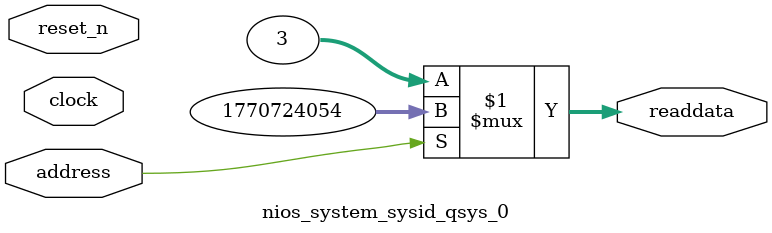
<source format=v>



// synthesis translate_off
`timescale 1ns / 1ps
// synthesis translate_on

// turn off superfluous verilog processor warnings 
// altera message_level Level1 
// altera message_off 10034 10035 10036 10037 10230 10240 10030 

module nios_system_sysid_qsys_0 (
               // inputs:
                address,
                clock,
                reset_n,

               // outputs:
                readdata
             )
;

  output  [ 31: 0] readdata;
  input            address;
  input            clock;
  input            reset_n;

  wire    [ 31: 0] readdata;
  //control_slave, which is an e_avalon_slave
  assign readdata = address ? 1770724054 : 3;

endmodule



</source>
